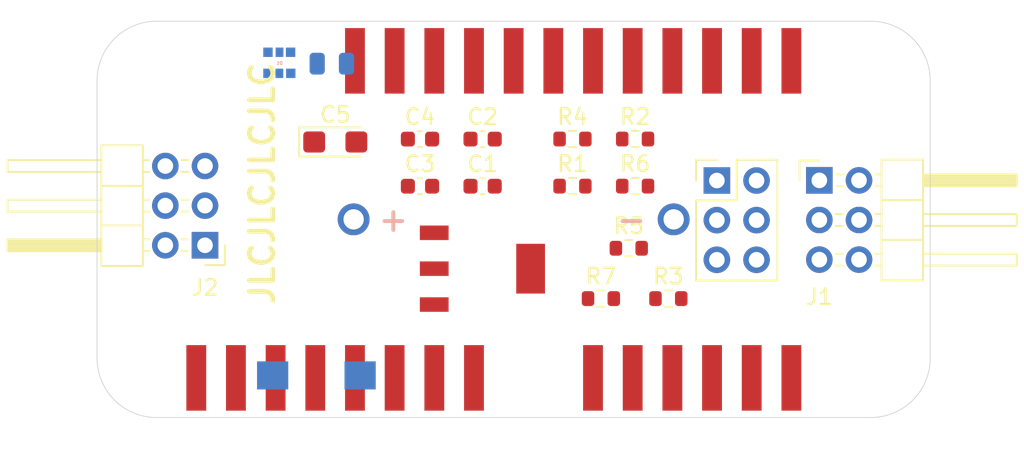
<source format=kicad_pcb>
(kicad_pcb (version 20171130) (host pcbnew "(5.1.9)-1")

  (general
    (thickness 1.6)
    (drawings 9)
    (tracks 0)
    (zones 0)
    (modules 27)
    (nets 35)
  )

  (page A4)
  (layers
    (0 F.Cu signal)
    (31 B.Cu signal)
    (32 B.Adhes user)
    (33 F.Adhes user)
    (34 B.Paste user)
    (35 F.Paste user)
    (36 B.SilkS user)
    (37 F.SilkS user)
    (38 B.Mask user)
    (39 F.Mask user)
    (40 Dwgs.User user)
    (41 Cmts.User user)
    (42 Eco1.User user)
    (43 Eco2.User user)
    (44 Edge.Cuts user)
    (45 Margin user)
    (46 B.CrtYd user)
    (47 F.CrtYd user)
    (48 B.Fab user)
    (49 F.Fab user)
  )

  (setup
    (last_trace_width 0.25)
    (trace_clearance 0.2)
    (zone_clearance 0.508)
    (zone_45_only no)
    (trace_min 0.2)
    (via_size 0.8)
    (via_drill 0.4)
    (via_min_size 0.4)
    (via_min_drill 0.3)
    (uvia_size 0.3)
    (uvia_drill 0.1)
    (uvias_allowed no)
    (uvia_min_size 0.2)
    (uvia_min_drill 0.1)
    (edge_width 0.05)
    (segment_width 0.2)
    (pcb_text_width 0.3)
    (pcb_text_size 1.5 1.5)
    (mod_edge_width 0.12)
    (mod_text_size 1 1)
    (mod_text_width 0.15)
    (pad_size 1.524 1.524)
    (pad_drill 0.762)
    (pad_to_mask_clearance 0)
    (aux_axis_origin 0 0)
    (visible_elements 7FFFF7FF)
    (pcbplotparams
      (layerselection 0x010fc_ffffffff)
      (usegerberextensions false)
      (usegerberattributes true)
      (usegerberadvancedattributes true)
      (creategerberjobfile true)
      (excludeedgelayer true)
      (linewidth 0.100000)
      (plotframeref false)
      (viasonmask false)
      (mode 1)
      (useauxorigin false)
      (hpglpennumber 1)
      (hpglpenspeed 20)
      (hpglpendiameter 15.000000)
      (psnegative false)
      (psa4output false)
      (plotreference true)
      (plotvalue true)
      (plotinvisibletext false)
      (padsonsilk false)
      (subtractmaskfromsilk false)
      (outputformat 1)
      (mirror false)
      (drillshape 1)
      (scaleselection 1)
      (outputdirectory ""))
  )

  (net 0 "")
  (net 1 GNDREF)
  (net 2 "Net-(BT1-Pad1)")
  (net 3 +BATT)
  (net 4 +5V)
  (net 5 "Net-(C3-Pad1)")
  (net 6 "Net-(D1-Pad1)")
  (net 7 "Net-(D1-Pad3)")
  (net 8 "Net-(D1-Pad2)")
  (net 9 "Net-(D2-Pad2)")
  (net 10 /IMU_A/3v)
  (net 11 /SCL)
  (net 12 /SDA)
  (net 13 /RST)
  (net 14 /IMU_B/3v)
  (net 15 "Net-(J3-Pad1)")
  (net 16 "Net-(J3-Pad2)")
  (net 17 "Net-(J3-Pad3)")
  (net 18 "Net-(J3-Pad4)")
  (net 19 "Net-(J3-Pad5)")
  (net 20 "Net-(J3-Pad6)")
  (net 21 "Net-(J4-Pad2)")
  (net 22 "Net-(J4-Pad3)")
  (net 23 "Net-(J4-Pad5)")
  (net 24 "Net-(J4-Pad8)")
  (net 25 "Net-(J4-Pad7)")
  (net 26 "Net-(J5-Pad4)")
  (net 27 "Net-(J5-Pad3)")
  (net 28 "Net-(J5-Pad6)")
  (net 29 /Feather_Board/GREEN)
  (net 30 "Net-(J5-Pad10)")
  (net 31 /Feather_Board/RED)
  (net 32 /Feather_Board/BLUE)
  (net 33 "Net-(J6-Pad4)")
  (net 34 "Net-(J6-Pad5)")

  (net_class Default "This is the default net class."
    (clearance 0.2)
    (trace_width 0.25)
    (via_dia 0.8)
    (via_drill 0.4)
    (uvia_dia 0.3)
    (uvia_drill 0.1)
    (add_net +5V)
    (add_net +BATT)
    (add_net /Feather_Board/BLUE)
    (add_net /Feather_Board/GREEN)
    (add_net /Feather_Board/RED)
    (add_net /IMU_A/3v)
    (add_net /IMU_B/3v)
    (add_net /RST)
    (add_net /SCL)
    (add_net /SDA)
    (add_net GNDREF)
    (add_net "Net-(BT1-Pad1)")
    (add_net "Net-(C3-Pad1)")
    (add_net "Net-(D1-Pad1)")
    (add_net "Net-(D1-Pad2)")
    (add_net "Net-(D1-Pad3)")
    (add_net "Net-(D2-Pad2)")
    (add_net "Net-(J3-Pad1)")
    (add_net "Net-(J3-Pad2)")
    (add_net "Net-(J3-Pad3)")
    (add_net "Net-(J3-Pad4)")
    (add_net "Net-(J3-Pad5)")
    (add_net "Net-(J3-Pad6)")
    (add_net "Net-(J4-Pad2)")
    (add_net "Net-(J4-Pad3)")
    (add_net "Net-(J4-Pad5)")
    (add_net "Net-(J4-Pad7)")
    (add_net "Net-(J4-Pad8)")
    (add_net "Net-(J5-Pad10)")
    (add_net "Net-(J5-Pad3)")
    (add_net "Net-(J5-Pad4)")
    (add_net "Net-(J5-Pad6)")
    (add_net "Net-(J6-Pad4)")
    (add_net "Net-(J6-Pad5)")
  )

  (module Connector_PinHeader_2.54mm:PinHeader_2x03_P2.54mm_Horizontal (layer F.Cu) (tedit 59FED5CB) (tstamp 61516C09)
    (at 180.4 61.82 180)
    (descr "Through hole angled pin header, 2x03, 2.54mm pitch, 6mm pin length, double rows")
    (tags "Through hole angled pin header THT 2x03 2.54mm double row")
    (path /614AE184/614AF895)
    (fp_text reference J2 (at 0 -2.71) (layer F.SilkS)
      (effects (font (size 1 1) (thickness 0.15)))
    )
    (fp_text value Conn_01x06_Male (at 5.22 5.49) (layer F.Fab)
      (effects (font (size 1 1) (thickness 0.15)))
    )
    (fp_text user %R (at 2.77 6.35 90) (layer F.Fab)
      (effects (font (size 1 1) (thickness 0.15)))
    )
    (fp_line (start 4.675 -1.27) (end 6.58 -1.27) (layer F.Fab) (width 0.1))
    (fp_line (start 6.58 -1.27) (end 6.58 6.35) (layer F.Fab) (width 0.1))
    (fp_line (start 6.58 6.35) (end 4.04 6.35) (layer F.Fab) (width 0.1))
    (fp_line (start 4.04 6.35) (end 4.04 -0.635) (layer F.Fab) (width 0.1))
    (fp_line (start 4.04 -0.635) (end 4.675 -1.27) (layer F.Fab) (width 0.1))
    (fp_line (start -0.32 -0.32) (end 4.04 -0.32) (layer F.Fab) (width 0.1))
    (fp_line (start -0.32 -0.32) (end -0.32 0.32) (layer F.Fab) (width 0.1))
    (fp_line (start -0.32 0.32) (end 4.04 0.32) (layer F.Fab) (width 0.1))
    (fp_line (start 6.58 -0.32) (end 12.58 -0.32) (layer F.Fab) (width 0.1))
    (fp_line (start 12.58 -0.32) (end 12.58 0.32) (layer F.Fab) (width 0.1))
    (fp_line (start 6.58 0.32) (end 12.58 0.32) (layer F.Fab) (width 0.1))
    (fp_line (start -0.32 2.22) (end 4.04 2.22) (layer F.Fab) (width 0.1))
    (fp_line (start -0.32 2.22) (end -0.32 2.86) (layer F.Fab) (width 0.1))
    (fp_line (start -0.32 2.86) (end 4.04 2.86) (layer F.Fab) (width 0.1))
    (fp_line (start 6.58 2.22) (end 12.58 2.22) (layer F.Fab) (width 0.1))
    (fp_line (start 12.58 2.22) (end 12.58 2.86) (layer F.Fab) (width 0.1))
    (fp_line (start 6.58 2.86) (end 12.58 2.86) (layer F.Fab) (width 0.1))
    (fp_line (start -0.32 4.76) (end 4.04 4.76) (layer F.Fab) (width 0.1))
    (fp_line (start -0.32 4.76) (end -0.32 5.4) (layer F.Fab) (width 0.1))
    (fp_line (start -0.32 5.4) (end 4.04 5.4) (layer F.Fab) (width 0.1))
    (fp_line (start 6.58 4.76) (end 12.58 4.76) (layer F.Fab) (width 0.1))
    (fp_line (start 12.58 4.76) (end 12.58 5.4) (layer F.Fab) (width 0.1))
    (fp_line (start 6.58 5.4) (end 12.58 5.4) (layer F.Fab) (width 0.1))
    (fp_line (start 3.98 -1.33) (end 3.98 6.41) (layer F.SilkS) (width 0.12))
    (fp_line (start 3.98 6.41) (end 6.64 6.41) (layer F.SilkS) (width 0.12))
    (fp_line (start 6.64 6.41) (end 6.64 -1.33) (layer F.SilkS) (width 0.12))
    (fp_line (start 6.64 -1.33) (end 3.98 -1.33) (layer F.SilkS) (width 0.12))
    (fp_line (start 6.64 -0.38) (end 12.64 -0.38) (layer F.SilkS) (width 0.12))
    (fp_line (start 12.64 -0.38) (end 12.64 0.38) (layer F.SilkS) (width 0.12))
    (fp_line (start 12.64 0.38) (end 6.64 0.38) (layer F.SilkS) (width 0.12))
    (fp_line (start 6.64 -0.32) (end 12.64 -0.32) (layer F.SilkS) (width 0.12))
    (fp_line (start 6.64 -0.2) (end 12.64 -0.2) (layer F.SilkS) (width 0.12))
    (fp_line (start 6.64 -0.08) (end 12.64 -0.08) (layer F.SilkS) (width 0.12))
    (fp_line (start 6.64 0.04) (end 12.64 0.04) (layer F.SilkS) (width 0.12))
    (fp_line (start 6.64 0.16) (end 12.64 0.16) (layer F.SilkS) (width 0.12))
    (fp_line (start 6.64 0.28) (end 12.64 0.28) (layer F.SilkS) (width 0.12))
    (fp_line (start 3.582929 -0.38) (end 3.98 -0.38) (layer F.SilkS) (width 0.12))
    (fp_line (start 3.582929 0.38) (end 3.98 0.38) (layer F.SilkS) (width 0.12))
    (fp_line (start 1.11 -0.38) (end 1.497071 -0.38) (layer F.SilkS) (width 0.12))
    (fp_line (start 1.11 0.38) (end 1.497071 0.38) (layer F.SilkS) (width 0.12))
    (fp_line (start 3.98 1.27) (end 6.64 1.27) (layer F.SilkS) (width 0.12))
    (fp_line (start 6.64 2.16) (end 12.64 2.16) (layer F.SilkS) (width 0.12))
    (fp_line (start 12.64 2.16) (end 12.64 2.92) (layer F.SilkS) (width 0.12))
    (fp_line (start 12.64 2.92) (end 6.64 2.92) (layer F.SilkS) (width 0.12))
    (fp_line (start 3.582929 2.16) (end 3.98 2.16) (layer F.SilkS) (width 0.12))
    (fp_line (start 3.582929 2.92) (end 3.98 2.92) (layer F.SilkS) (width 0.12))
    (fp_line (start 1.042929 2.16) (end 1.497071 2.16) (layer F.SilkS) (width 0.12))
    (fp_line (start 1.042929 2.92) (end 1.497071 2.92) (layer F.SilkS) (width 0.12))
    (fp_line (start 3.98 3.81) (end 6.64 3.81) (layer F.SilkS) (width 0.12))
    (fp_line (start 6.64 4.7) (end 12.64 4.7) (layer F.SilkS) (width 0.12))
    (fp_line (start 12.64 4.7) (end 12.64 5.46) (layer F.SilkS) (width 0.12))
    (fp_line (start 12.64 5.46) (end 6.64 5.46) (layer F.SilkS) (width 0.12))
    (fp_line (start 3.582929 4.7) (end 3.98 4.7) (layer F.SilkS) (width 0.12))
    (fp_line (start 3.582929 5.46) (end 3.98 5.46) (layer F.SilkS) (width 0.12))
    (fp_line (start 1.042929 4.7) (end 1.497071 4.7) (layer F.SilkS) (width 0.12))
    (fp_line (start 1.042929 5.46) (end 1.497071 5.46) (layer F.SilkS) (width 0.12))
    (fp_line (start -1.27 0) (end -1.27 -1.27) (layer F.SilkS) (width 0.12))
    (fp_line (start -1.27 -1.27) (end 0 -1.27) (layer F.SilkS) (width 0.12))
    (fp_line (start -1.8 -1.8) (end -1.8 6.85) (layer F.CrtYd) (width 0.05))
    (fp_line (start -1.8 6.85) (end 13.1 6.85) (layer F.CrtYd) (width 0.05))
    (fp_line (start 13.1 6.85) (end 13.1 -1.8) (layer F.CrtYd) (width 0.05))
    (fp_line (start 13.1 -1.8) (end -1.8 -1.8) (layer F.CrtYd) (width 0.05))
    (pad 6 thru_hole oval (at 2.54 5.08 180) (size 1.7 1.7) (drill 1) (layers *.Cu *.Mask)
      (net 13 /RST))
    (pad 5 thru_hole oval (at 0 5.08 180) (size 1.7 1.7) (drill 1) (layers *.Cu *.Mask)
      (net 12 /SDA))
    (pad 4 thru_hole oval (at 2.54 2.54 180) (size 1.7 1.7) (drill 1) (layers *.Cu *.Mask)
      (net 11 /SCL))
    (pad 3 thru_hole oval (at 0 2.54 180) (size 1.7 1.7) (drill 1) (layers *.Cu *.Mask)
      (net 1 GNDREF))
    (pad 2 thru_hole oval (at 2.54 0 180) (size 1.7 1.7) (drill 1) (layers *.Cu *.Mask)
      (net 14 /IMU_B/3v))
    (pad 1 thru_hole rect (at 0 0 180) (size 1.7 1.7) (drill 1) (layers *.Cu *.Mask)
      (net 4 +5V))
    (model ${KISYS3DMOD}/Connector_PinHeader_2.54mm.3dshapes/PinHeader_2x03_P2.54mm_Horizontal.wrl
      (at (xyz 0 0 0))
      (scale (xyz 1 1 1))
      (rotate (xyz 0 0 0))
    )
  )

  (module Connector_PinHeader_2.54mm:PinHeader_2x03_P2.54mm_Horizontal (layer F.Cu) (tedit 59FED5CB) (tstamp 6151974E)
    (at 219.73 57.66)
    (descr "Through hole angled pin header, 2x03, 2.54mm pitch, 6mm pin length, double rows")
    (tags "Through hole angled pin header THT 2x03 2.54mm double row")
    (path /614ADF24/614AF895)
    (fp_text reference J1 (at 0.01 7.47) (layer F.SilkS)
      (effects (font (size 1 1) (thickness 0.15)))
    )
    (fp_text value Conn_01x06_Male (at 5.44 3.31) (layer F.Fab)
      (effects (font (size 1 1) (thickness 0.15)))
    )
    (fp_text user %R (at 2.77 6.35 90) (layer F.Fab)
      (effects (font (size 1 1) (thickness 0.15)))
    )
    (fp_line (start 4.675 -1.27) (end 6.58 -1.27) (layer F.Fab) (width 0.1))
    (fp_line (start 6.58 -1.27) (end 6.58 6.35) (layer F.Fab) (width 0.1))
    (fp_line (start 6.58 6.35) (end 4.04 6.35) (layer F.Fab) (width 0.1))
    (fp_line (start 4.04 6.35) (end 4.04 -0.635) (layer F.Fab) (width 0.1))
    (fp_line (start 4.04 -0.635) (end 4.675 -1.27) (layer F.Fab) (width 0.1))
    (fp_line (start -0.32 -0.32) (end 4.04 -0.32) (layer F.Fab) (width 0.1))
    (fp_line (start -0.32 -0.32) (end -0.32 0.32) (layer F.Fab) (width 0.1))
    (fp_line (start -0.32 0.32) (end 4.04 0.32) (layer F.Fab) (width 0.1))
    (fp_line (start 6.58 -0.32) (end 12.58 -0.32) (layer F.Fab) (width 0.1))
    (fp_line (start 12.58 -0.32) (end 12.58 0.32) (layer F.Fab) (width 0.1))
    (fp_line (start 6.58 0.32) (end 12.58 0.32) (layer F.Fab) (width 0.1))
    (fp_line (start -0.32 2.22) (end 4.04 2.22) (layer F.Fab) (width 0.1))
    (fp_line (start -0.32 2.22) (end -0.32 2.86) (layer F.Fab) (width 0.1))
    (fp_line (start -0.32 2.86) (end 4.04 2.86) (layer F.Fab) (width 0.1))
    (fp_line (start 6.58 2.22) (end 12.58 2.22) (layer F.Fab) (width 0.1))
    (fp_line (start 12.58 2.22) (end 12.58 2.86) (layer F.Fab) (width 0.1))
    (fp_line (start 6.58 2.86) (end 12.58 2.86) (layer F.Fab) (width 0.1))
    (fp_line (start -0.32 4.76) (end 4.04 4.76) (layer F.Fab) (width 0.1))
    (fp_line (start -0.32 4.76) (end -0.32 5.4) (layer F.Fab) (width 0.1))
    (fp_line (start -0.32 5.4) (end 4.04 5.4) (layer F.Fab) (width 0.1))
    (fp_line (start 6.58 4.76) (end 12.58 4.76) (layer F.Fab) (width 0.1))
    (fp_line (start 12.58 4.76) (end 12.58 5.4) (layer F.Fab) (width 0.1))
    (fp_line (start 6.58 5.4) (end 12.58 5.4) (layer F.Fab) (width 0.1))
    (fp_line (start 3.98 -1.33) (end 3.98 6.41) (layer F.SilkS) (width 0.12))
    (fp_line (start 3.98 6.41) (end 6.64 6.41) (layer F.SilkS) (width 0.12))
    (fp_line (start 6.64 6.41) (end 6.64 -1.33) (layer F.SilkS) (width 0.12))
    (fp_line (start 6.64 -1.33) (end 3.98 -1.33) (layer F.SilkS) (width 0.12))
    (fp_line (start 6.64 -0.38) (end 12.64 -0.38) (layer F.SilkS) (width 0.12))
    (fp_line (start 12.64 -0.38) (end 12.64 0.38) (layer F.SilkS) (width 0.12))
    (fp_line (start 12.64 0.38) (end 6.64 0.38) (layer F.SilkS) (width 0.12))
    (fp_line (start 6.64 -0.32) (end 12.64 -0.32) (layer F.SilkS) (width 0.12))
    (fp_line (start 6.64 -0.2) (end 12.64 -0.2) (layer F.SilkS) (width 0.12))
    (fp_line (start 6.64 -0.08) (end 12.64 -0.08) (layer F.SilkS) (width 0.12))
    (fp_line (start 6.64 0.04) (end 12.64 0.04) (layer F.SilkS) (width 0.12))
    (fp_line (start 6.64 0.16) (end 12.64 0.16) (layer F.SilkS) (width 0.12))
    (fp_line (start 6.64 0.28) (end 12.64 0.28) (layer F.SilkS) (width 0.12))
    (fp_line (start 3.582929 -0.38) (end 3.98 -0.38) (layer F.SilkS) (width 0.12))
    (fp_line (start 3.582929 0.38) (end 3.98 0.38) (layer F.SilkS) (width 0.12))
    (fp_line (start 1.11 -0.38) (end 1.497071 -0.38) (layer F.SilkS) (width 0.12))
    (fp_line (start 1.11 0.38) (end 1.497071 0.38) (layer F.SilkS) (width 0.12))
    (fp_line (start 3.98 1.27) (end 6.64 1.27) (layer F.SilkS) (width 0.12))
    (fp_line (start 6.64 2.16) (end 12.64 2.16) (layer F.SilkS) (width 0.12))
    (fp_line (start 12.64 2.16) (end 12.64 2.92) (layer F.SilkS) (width 0.12))
    (fp_line (start 12.64 2.92) (end 6.64 2.92) (layer F.SilkS) (width 0.12))
    (fp_line (start 3.582929 2.16) (end 3.98 2.16) (layer F.SilkS) (width 0.12))
    (fp_line (start 3.582929 2.92) (end 3.98 2.92) (layer F.SilkS) (width 0.12))
    (fp_line (start 1.042929 2.16) (end 1.497071 2.16) (layer F.SilkS) (width 0.12))
    (fp_line (start 1.042929 2.92) (end 1.497071 2.92) (layer F.SilkS) (width 0.12))
    (fp_line (start 3.98 3.81) (end 6.64 3.81) (layer F.SilkS) (width 0.12))
    (fp_line (start 6.64 4.7) (end 12.64 4.7) (layer F.SilkS) (width 0.12))
    (fp_line (start 12.64 4.7) (end 12.64 5.46) (layer F.SilkS) (width 0.12))
    (fp_line (start 12.64 5.46) (end 6.64 5.46) (layer F.SilkS) (width 0.12))
    (fp_line (start 3.582929 4.7) (end 3.98 4.7) (layer F.SilkS) (width 0.12))
    (fp_line (start 3.582929 5.46) (end 3.98 5.46) (layer F.SilkS) (width 0.12))
    (fp_line (start 1.042929 4.7) (end 1.497071 4.7) (layer F.SilkS) (width 0.12))
    (fp_line (start 1.042929 5.46) (end 1.497071 5.46) (layer F.SilkS) (width 0.12))
    (fp_line (start -1.27 0) (end -1.27 -1.27) (layer F.SilkS) (width 0.12))
    (fp_line (start -1.27 -1.27) (end 0 -1.27) (layer F.SilkS) (width 0.12))
    (fp_line (start -1.8 -1.8) (end -1.8 6.85) (layer F.CrtYd) (width 0.05))
    (fp_line (start -1.8 6.85) (end 13.1 6.85) (layer F.CrtYd) (width 0.05))
    (fp_line (start 13.1 6.85) (end 13.1 -1.8) (layer F.CrtYd) (width 0.05))
    (fp_line (start 13.1 -1.8) (end -1.8 -1.8) (layer F.CrtYd) (width 0.05))
    (pad 6 thru_hole oval (at 2.54 5.08) (size 1.7 1.7) (drill 1) (layers *.Cu *.Mask)
      (net 13 /RST))
    (pad 5 thru_hole oval (at 0 5.08) (size 1.7 1.7) (drill 1) (layers *.Cu *.Mask)
      (net 12 /SDA))
    (pad 4 thru_hole oval (at 2.54 2.54) (size 1.7 1.7) (drill 1) (layers *.Cu *.Mask)
      (net 11 /SCL))
    (pad 3 thru_hole oval (at 0 2.54) (size 1.7 1.7) (drill 1) (layers *.Cu *.Mask)
      (net 1 GNDREF))
    (pad 2 thru_hole oval (at 2.54 0) (size 1.7 1.7) (drill 1) (layers *.Cu *.Mask)
      (net 10 /IMU_A/3v))
    (pad 1 thru_hole rect (at 0 0) (size 1.7 1.7) (drill 1) (layers *.Cu *.Mask)
      (net 4 +5V))
    (model ${KISYS3DMOD}/Connector_PinHeader_2.54mm.3dshapes/PinHeader_2x03_P2.54mm_Horizontal.wrl
      (at (xyz 0 0 0))
      (scale (xyz 1 1 1))
      (rotate (xyz 0 0 0))
    )
  )

  (module MountingHole:MountingHole_2.5mm (layer F.Cu) (tedit 56D1B4CB) (tstamp 61518D15)
    (at 224.29 51.27)
    (descr "Mounting Hole 2.5mm, no annular")
    (tags "mounting hole 2.5mm no annular")
    (attr virtual)
    (fp_text reference MH2 (at 0 -3.5) (layer Dwgs.User)
      (effects (font (size 1 1) (thickness 0.15)))
    )
    (fp_text value MountingHole_2.5mm (at 0 3.5) (layer F.Fab)
      (effects (font (size 1 1) (thickness 0.15)))
    )
    (fp_circle (center 0 0) (end 2.5 0) (layer Cmts.User) (width 0.15))
    (fp_circle (center 0 0) (end 2.75 0) (layer F.CrtYd) (width 0.05))
    (fp_text user %R (at 0.3 0) (layer F.Fab)
      (effects (font (size 1 1) (thickness 0.15)))
    )
    (pad 1 np_thru_hole circle (at 0 0) (size 2.5 2.5) (drill 2.5) (layers *.Cu *.Mask))
  )

  (module MountingHole:MountingHole_2.5mm (layer F.Cu) (tedit 56D1B4CB) (tstamp 61518D15)
    (at 224.29 69.05)
    (descr "Mounting Hole 2.5mm, no annular")
    (tags "mounting hole 2.5mm no annular")
    (attr virtual)
    (fp_text reference MH3 (at 0 -3.5) (layer Dwgs.User)
      (effects (font (size 1 1) (thickness 0.15)))
    )
    (fp_text value MountingHole_2.5mm (at 0 3.5) (layer F.Fab)
      (effects (font (size 1 1) (thickness 0.15)))
    )
    (fp_circle (center 0 0) (end 2.5 0) (layer Cmts.User) (width 0.15))
    (fp_circle (center 0 0) (end 2.75 0) (layer F.CrtYd) (width 0.05))
    (fp_text user %R (at 0.3 0) (layer F.Fab)
      (effects (font (size 1 1) (thickness 0.15)))
    )
    (pad 1 np_thru_hole circle (at 0 0) (size 2.5 2.5) (drill 2.5) (layers *.Cu *.Mask))
  )

  (module MountingHole:MountingHole_2.5mm (layer F.Cu) (tedit 56D1B4CB) (tstamp 61518D15)
    (at 176.03 69.05)
    (descr "Mounting Hole 2.5mm, no annular")
    (tags "mounting hole 2.5mm no annular")
    (attr virtual)
    (fp_text reference MH4 (at 0 -3.5) (layer Dwgs.User)
      (effects (font (size 1 1) (thickness 0.15)))
    )
    (fp_text value MountingHole_2.5mm (at 0 3.5) (layer F.Fab)
      (effects (font (size 1 1) (thickness 0.15)))
    )
    (fp_circle (center 0 0) (end 2.5 0) (layer Cmts.User) (width 0.15))
    (fp_circle (center 0 0) (end 2.75 0) (layer F.CrtYd) (width 0.05))
    (fp_text user %R (at 0.3 0) (layer F.Fab)
      (effects (font (size 1 1) (thickness 0.15)))
    )
    (pad 1 np_thru_hole circle (at 0 0) (size 2.5 2.5) (drill 2.5) (layers *.Cu *.Mask))
  )

  (module MountingHole:MountingHole_2.5mm (layer F.Cu) (tedit 56D1B4CB) (tstamp 61518A0F)
    (at 176.03 51.27)
    (descr "Mounting Hole 2.5mm, no annular")
    (tags "mounting hole 2.5mm no annular")
    (attr virtual)
    (fp_text reference MH1 (at 0 -3.5) (layer Dwgs.User)
      (effects (font (size 1 1) (thickness 0.15)))
    )
    (fp_text value MountingHole_2.5mm (at 0 3.5) (layer F.Fab)
      (effects (font (size 1 1) (thickness 0.15)))
    )
    (fp_text user %R (at 0.3 0) (layer F.Fab)
      (effects (font (size 1 1) (thickness 0.15)))
    )
    (fp_circle (center 0 0) (end 2.5 0) (layer Cmts.User) (width 0.15))
    (fp_circle (center 0 0) (end 2.75 0) (layer F.CrtYd) (width 0.05))
    (pad 1 np_thru_hole circle (at 0 0) (size 2.5 2.5) (drill 2.5) (layers *.Cu *.Mask))
  )

  (module 0_MSD_FPs:LED_0805_2012Metric (layer B.Cu) (tedit 6151284F) (tstamp 61516B3B)
    (at 188.52 50.18 180)
    (descr "LED SMD 0805 (2012 Metric), square (rectangular) end terminal, IPC_7351 nominal, (Body size source: https://docs.google.com/spreadsheets/d/1BsfQQcO9C6DZCsRaXUlFlo91Tg2WpOkGARC1WS5S8t0/edit?usp=sharing), generated with kicad-footprint-generator")
    (tags LED)
    (path /614C1039)
    (attr smd)
    (fp_text reference D2 (at 0 2.65) (layer Dwgs.User)
      (effects (font (size 1 1) (thickness 0.15)))
    )
    (fp_text value LED (at 0 -2.65) (layer B.Fab)
      (effects (font (size 1 1) (thickness 0.15)) (justify mirror))
    )
    (fp_line (start 1 0.6) (end -0.7 0.6) (layer B.Fab) (width 0.1))
    (fp_line (start -0.7 0.6) (end -1 0.3) (layer B.Fab) (width 0.1))
    (fp_line (start -1 0.3) (end -1 -0.6) (layer B.Fab) (width 0.1))
    (fp_line (start -1 -0.6) (end 1 -0.6) (layer B.Fab) (width 0.1))
    (fp_line (start 1 -0.6) (end 1 0.6) (layer B.Fab) (width 0.1))
    (fp_line (start -1.68 -0.95) (end -1.68 0.95) (layer B.CrtYd) (width 0.05))
    (fp_line (start -1.68 0.95) (end 1.68 0.95) (layer B.CrtYd) (width 0.05))
    (fp_line (start 1.68 0.95) (end 1.68 -0.95) (layer B.CrtYd) (width 0.05))
    (fp_line (start 1.68 -0.95) (end -1.68 -0.95) (layer B.CrtYd) (width 0.05))
    (fp_text user %R (at 0 0) (layer B.Fab)
      (effects (font (size 1 1) (thickness 0.15)) (justify mirror))
    )
    (pad 2 smd roundrect (at 0.9375 0 180) (size 0.975 1.4) (layers B.Cu B.Paste B.Mask) (roundrect_rratio 0.25)
      (net 9 "Net-(D2-Pad2)"))
    (pad 1 smd roundrect (at -0.9375 0 180) (size 0.975 1.4) (layers B.Cu B.Paste B.Mask) (roundrect_rratio 0.25)
      (net 1 GNDREF))
    (model ${KISYS3DMOD}/LED_SMD.3dshapes/LED_0805_2012Metric.wrl
      (at (xyz 0 0 0))
      (scale (xyz 1 1 1))
      (rotate (xyz 0 0 0))
    )
  )

  (module 0_MSD_FPs:AJS-Coin-Cell_1027-Digikey (layer B.Cu) (tedit 61512418) (tstamp 61518B0E)
    (at 189.915 60.16)
    (path /6149E215)
    (fp_text reference BT1 (at 14.605 0) (layer Dwgs.User)
      (effects (font (size 1 1) (thickness 0.15)))
    )
    (fp_text value Battery_Cell (at 8.255 0) (layer Dwgs.User)
      (effects (font (size 1 1) (thickness 0.15)))
    )
    (fp_line (start -6 -14) (end -6 14) (layer B.CrtYd) (width 0.12))
    (fp_line (start 26.5 -14) (end -6 -14) (layer B.CrtYd) (width 0.12))
    (fp_line (start 26.5 14) (end 26.5 -14) (layer B.CrtYd) (width 0.12))
    (fp_line (start -6 14) (end 26.5 14) (layer B.CrtYd) (width 0.12))
    (fp_text user - (at 17.78 0) (layer B.SilkS)
      (effects (font (size 1.5 1.5) (thickness 0.25)) (justify mirror))
    )
    (fp_text user + (at 2.54 0) (layer B.SilkS)
      (effects (font (size 1.5 1.5) (thickness 0.25)) (justify mirror))
    )
    (pad 2 thru_hole circle (at 20.49 0) (size 2.04 2.04) (drill 1.3) (layers *.Cu *.Mask)
      (net 1 GNDREF))
    (pad 1 thru_hole circle (at 0 0) (size 2.04 2.04) (drill 1.3) (layers *.Cu *.Mask)
      (net 2 "Net-(BT1-Pad1)"))
    (model C:/Users/Adam/Documents/#Code/Basketball_Shot_Trainer/Board/#Parts/keystone-PN1027.STEP
      (offset (xyz 15 0 2.5))
      (scale (xyz 1 1 1))
      (rotate (xyz -90 0 90))
    )
  )

  (module Connector_PinHeader_2.54mm:PinHeader_2x03_P2.54mm_Vertical (layer F.Cu) (tedit 59FED5CC) (tstamp 61516C25)
    (at 213.17 57.67)
    (descr "Through hole straight pin header, 2x03, 2.54mm pitch, double rows")
    (tags "Through hole pin header THT 2x03 2.54mm double row")
    (path /614B5FF9/6151B2EA)
    (fp_text reference J3 (at 1.27 -2.33) (layer Dwgs.User)
      (effects (font (size 1 1) (thickness 0.15)))
    )
    (fp_text value Conn_02x03 (at 1.27 7.41) (layer F.Fab)
      (effects (font (size 1 1) (thickness 0.15)))
    )
    (fp_line (start 4.35 -1.8) (end -1.8 -1.8) (layer F.CrtYd) (width 0.05))
    (fp_line (start 4.35 6.85) (end 4.35 -1.8) (layer F.CrtYd) (width 0.05))
    (fp_line (start -1.8 6.85) (end 4.35 6.85) (layer F.CrtYd) (width 0.05))
    (fp_line (start -1.8 -1.8) (end -1.8 6.85) (layer F.CrtYd) (width 0.05))
    (fp_line (start -1.33 -1.33) (end 0 -1.33) (layer F.SilkS) (width 0.12))
    (fp_line (start -1.33 0) (end -1.33 -1.33) (layer F.SilkS) (width 0.12))
    (fp_line (start 1.27 -1.33) (end 3.87 -1.33) (layer F.SilkS) (width 0.12))
    (fp_line (start 1.27 1.27) (end 1.27 -1.33) (layer F.SilkS) (width 0.12))
    (fp_line (start -1.33 1.27) (end 1.27 1.27) (layer F.SilkS) (width 0.12))
    (fp_line (start 3.87 -1.33) (end 3.87 6.41) (layer F.SilkS) (width 0.12))
    (fp_line (start -1.33 1.27) (end -1.33 6.41) (layer F.SilkS) (width 0.12))
    (fp_line (start -1.33 6.41) (end 3.87 6.41) (layer F.SilkS) (width 0.12))
    (fp_line (start -1.27 0) (end 0 -1.27) (layer F.Fab) (width 0.1))
    (fp_line (start -1.27 6.35) (end -1.27 0) (layer F.Fab) (width 0.1))
    (fp_line (start 3.81 6.35) (end -1.27 6.35) (layer F.Fab) (width 0.1))
    (fp_line (start 3.81 -1.27) (end 3.81 6.35) (layer F.Fab) (width 0.1))
    (fp_line (start 0 -1.27) (end 3.81 -1.27) (layer F.Fab) (width 0.1))
    (fp_text user %R (at 1.27 2.54 90) (layer F.Fab)
      (effects (font (size 1 1) (thickness 0.15)))
    )
    (pad 1 thru_hole rect (at 0 0) (size 1.7 1.7) (drill 1) (layers *.Cu *.Mask)
      (net 15 "Net-(J3-Pad1)"))
    (pad 2 thru_hole oval (at 2.54 0) (size 1.7 1.7) (drill 1) (layers *.Cu *.Mask)
      (net 16 "Net-(J3-Pad2)"))
    (pad 3 thru_hole oval (at 0 2.54) (size 1.7 1.7) (drill 1) (layers *.Cu *.Mask)
      (net 17 "Net-(J3-Pad3)"))
    (pad 4 thru_hole oval (at 2.54 2.54) (size 1.7 1.7) (drill 1) (layers *.Cu *.Mask)
      (net 18 "Net-(J3-Pad4)"))
    (pad 5 thru_hole oval (at 0 5.08) (size 1.7 1.7) (drill 1) (layers *.Cu *.Mask)
      (net 19 "Net-(J3-Pad5)"))
    (pad 6 thru_hole oval (at 2.54 5.08) (size 1.7 1.7) (drill 1) (layers *.Cu *.Mask)
      (net 20 "Net-(J3-Pad6)"))
  )

  (module Capacitor_SMD:C_0603_1608Metric (layer F.Cu) (tedit 5F68FEEE) (tstamp 61516AD4)
    (at 198.173001 58.033001)
    (descr "Capacitor SMD 0603 (1608 Metric), square (rectangular) end terminal, IPC_7351 nominal, (Body size source: IPC-SM-782 page 76, https://www.pcb-3d.com/wordpress/wp-content/uploads/ipc-sm-782a_amendment_1_and_2.pdf), generated with kicad-footprint-generator")
    (tags capacitor)
    (path /614BA77D/614A34B9)
    (attr smd)
    (fp_text reference C1 (at 0 -1.43) (layer F.SilkS)
      (effects (font (size 1 1) (thickness 0.15)))
    )
    (fp_text value 0.1uF (at 0 1.43) (layer F.Fab)
      (effects (font (size 1 1) (thickness 0.15)))
    )
    (fp_line (start 1.48 0.73) (end -1.48 0.73) (layer F.CrtYd) (width 0.05))
    (fp_line (start 1.48 -0.73) (end 1.48 0.73) (layer F.CrtYd) (width 0.05))
    (fp_line (start -1.48 -0.73) (end 1.48 -0.73) (layer F.CrtYd) (width 0.05))
    (fp_line (start -1.48 0.73) (end -1.48 -0.73) (layer F.CrtYd) (width 0.05))
    (fp_line (start -0.14058 0.51) (end 0.14058 0.51) (layer F.SilkS) (width 0.12))
    (fp_line (start -0.14058 -0.51) (end 0.14058 -0.51) (layer F.SilkS) (width 0.12))
    (fp_line (start 0.8 0.4) (end -0.8 0.4) (layer F.Fab) (width 0.1))
    (fp_line (start 0.8 -0.4) (end 0.8 0.4) (layer F.Fab) (width 0.1))
    (fp_line (start -0.8 -0.4) (end 0.8 -0.4) (layer F.Fab) (width 0.1))
    (fp_line (start -0.8 0.4) (end -0.8 -0.4) (layer F.Fab) (width 0.1))
    (fp_text user %R (at 0 0) (layer F.Fab)
      (effects (font (size 0.4 0.4) (thickness 0.06)))
    )
    (pad 1 smd roundrect (at -0.775 0) (size 0.9 0.95) (layers F.Cu F.Paste F.Mask) (roundrect_rratio 0.25)
      (net 3 +BATT))
    (pad 2 smd roundrect (at 0.775 0) (size 0.9 0.95) (layers F.Cu F.Paste F.Mask) (roundrect_rratio 0.25)
      (net 1 GNDREF))
    (model ${KISYS3DMOD}/Capacitor_SMD.3dshapes/C_0603_1608Metric.wrl
      (at (xyz 0 0 0))
      (scale (xyz 1 1 1))
      (rotate (xyz 0 0 0))
    )
  )

  (module Capacitor_SMD:C_0603_1608Metric (layer F.Cu) (tedit 5F68FEEE) (tstamp 61516AE5)
    (at 198.173001 55.015001)
    (descr "Capacitor SMD 0603 (1608 Metric), square (rectangular) end terminal, IPC_7351 nominal, (Body size source: IPC-SM-782 page 76, https://www.pcb-3d.com/wordpress/wp-content/uploads/ipc-sm-782a_amendment_1_and_2.pdf), generated with kicad-footprint-generator")
    (tags capacitor)
    (path /614BA77D/614A7ADA)
    (attr smd)
    (fp_text reference C2 (at 0 -1.43) (layer F.SilkS)
      (effects (font (size 1 1) (thickness 0.15)))
    )
    (fp_text value 1uF (at 0 1.43) (layer F.Fab)
      (effects (font (size 1 1) (thickness 0.15)))
    )
    (fp_line (start -0.8 0.4) (end -0.8 -0.4) (layer F.Fab) (width 0.1))
    (fp_line (start -0.8 -0.4) (end 0.8 -0.4) (layer F.Fab) (width 0.1))
    (fp_line (start 0.8 -0.4) (end 0.8 0.4) (layer F.Fab) (width 0.1))
    (fp_line (start 0.8 0.4) (end -0.8 0.4) (layer F.Fab) (width 0.1))
    (fp_line (start -0.14058 -0.51) (end 0.14058 -0.51) (layer F.SilkS) (width 0.12))
    (fp_line (start -0.14058 0.51) (end 0.14058 0.51) (layer F.SilkS) (width 0.12))
    (fp_line (start -1.48 0.73) (end -1.48 -0.73) (layer F.CrtYd) (width 0.05))
    (fp_line (start -1.48 -0.73) (end 1.48 -0.73) (layer F.CrtYd) (width 0.05))
    (fp_line (start 1.48 -0.73) (end 1.48 0.73) (layer F.CrtYd) (width 0.05))
    (fp_line (start 1.48 0.73) (end -1.48 0.73) (layer F.CrtYd) (width 0.05))
    (fp_text user %R (at 0 0) (layer F.Fab)
      (effects (font (size 0.4 0.4) (thickness 0.06)))
    )
    (pad 2 smd roundrect (at 0.775 0) (size 0.9 0.95) (layers F.Cu F.Paste F.Mask) (roundrect_rratio 0.25)
      (net 1 GNDREF))
    (pad 1 smd roundrect (at -0.775 0) (size 0.9 0.95) (layers F.Cu F.Paste F.Mask) (roundrect_rratio 0.25)
      (net 4 +5V))
    (model ${KISYS3DMOD}/Capacitor_SMD.3dshapes/C_0603_1608Metric.wrl
      (at (xyz 0 0 0))
      (scale (xyz 1 1 1))
      (rotate (xyz 0 0 0))
    )
  )

  (module Capacitor_SMD:C_0603_1608Metric (layer F.Cu) (tedit 5F68FEEE) (tstamp 61516AF6)
    (at 194.163001 58.033001)
    (descr "Capacitor SMD 0603 (1608 Metric), square (rectangular) end terminal, IPC_7351 nominal, (Body size source: IPC-SM-782 page 76, https://www.pcb-3d.com/wordpress/wp-content/uploads/ipc-sm-782a_amendment_1_and_2.pdf), generated with kicad-footprint-generator")
    (tags capacitor)
    (path /614BA77D/614A7535)
    (attr smd)
    (fp_text reference C3 (at 0 -1.43) (layer F.SilkS)
      (effects (font (size 1 1) (thickness 0.15)))
    )
    (fp_text value 1uF (at 0 1.43) (layer F.Fab)
      (effects (font (size 1 1) (thickness 0.15)))
    )
    (fp_line (start 1.48 0.73) (end -1.48 0.73) (layer F.CrtYd) (width 0.05))
    (fp_line (start 1.48 -0.73) (end 1.48 0.73) (layer F.CrtYd) (width 0.05))
    (fp_line (start -1.48 -0.73) (end 1.48 -0.73) (layer F.CrtYd) (width 0.05))
    (fp_line (start -1.48 0.73) (end -1.48 -0.73) (layer F.CrtYd) (width 0.05))
    (fp_line (start -0.14058 0.51) (end 0.14058 0.51) (layer F.SilkS) (width 0.12))
    (fp_line (start -0.14058 -0.51) (end 0.14058 -0.51) (layer F.SilkS) (width 0.12))
    (fp_line (start 0.8 0.4) (end -0.8 0.4) (layer F.Fab) (width 0.1))
    (fp_line (start 0.8 -0.4) (end 0.8 0.4) (layer F.Fab) (width 0.1))
    (fp_line (start -0.8 -0.4) (end 0.8 -0.4) (layer F.Fab) (width 0.1))
    (fp_line (start -0.8 0.4) (end -0.8 -0.4) (layer F.Fab) (width 0.1))
    (fp_text user %R (at 0 0) (layer F.Fab)
      (effects (font (size 0.4 0.4) (thickness 0.06)))
    )
    (pad 1 smd roundrect (at -0.775 0) (size 0.9 0.95) (layers F.Cu F.Paste F.Mask) (roundrect_rratio 0.25)
      (net 5 "Net-(C3-Pad1)"))
    (pad 2 smd roundrect (at 0.775 0) (size 0.9 0.95) (layers F.Cu F.Paste F.Mask) (roundrect_rratio 0.25)
      (net 1 GNDREF))
    (model ${KISYS3DMOD}/Capacitor_SMD.3dshapes/C_0603_1608Metric.wrl
      (at (xyz 0 0 0))
      (scale (xyz 1 1 1))
      (rotate (xyz 0 0 0))
    )
  )

  (module Capacitor_SMD:C_0603_1608Metric (layer F.Cu) (tedit 5F68FEEE) (tstamp 61516B07)
    (at 194.163001 55.015001)
    (descr "Capacitor SMD 0603 (1608 Metric), square (rectangular) end terminal, IPC_7351 nominal, (Body size source: IPC-SM-782 page 76, https://www.pcb-3d.com/wordpress/wp-content/uploads/ipc-sm-782a_amendment_1_and_2.pdf), generated with kicad-footprint-generator")
    (tags capacitor)
    (path /614BA77D/614A3F1C)
    (attr smd)
    (fp_text reference C4 (at 0 -1.43) (layer F.SilkS)
      (effects (font (size 1 1) (thickness 0.15)))
    )
    (fp_text value 1uF (at 0 1.43) (layer F.Fab)
      (effects (font (size 1 1) (thickness 0.15)))
    )
    (fp_line (start -0.8 0.4) (end -0.8 -0.4) (layer F.Fab) (width 0.1))
    (fp_line (start -0.8 -0.4) (end 0.8 -0.4) (layer F.Fab) (width 0.1))
    (fp_line (start 0.8 -0.4) (end 0.8 0.4) (layer F.Fab) (width 0.1))
    (fp_line (start 0.8 0.4) (end -0.8 0.4) (layer F.Fab) (width 0.1))
    (fp_line (start -0.14058 -0.51) (end 0.14058 -0.51) (layer F.SilkS) (width 0.12))
    (fp_line (start -0.14058 0.51) (end 0.14058 0.51) (layer F.SilkS) (width 0.12))
    (fp_line (start -1.48 0.73) (end -1.48 -0.73) (layer F.CrtYd) (width 0.05))
    (fp_line (start -1.48 -0.73) (end 1.48 -0.73) (layer F.CrtYd) (width 0.05))
    (fp_line (start 1.48 -0.73) (end 1.48 0.73) (layer F.CrtYd) (width 0.05))
    (fp_line (start 1.48 0.73) (end -1.48 0.73) (layer F.CrtYd) (width 0.05))
    (fp_text user %R (at 0 0) (layer F.Fab)
      (effects (font (size 0.4 0.4) (thickness 0.06)))
    )
    (pad 2 smd roundrect (at 0.775 0) (size 0.9 0.95) (layers F.Cu F.Paste F.Mask) (roundrect_rratio 0.25)
      (net 1 GNDREF))
    (pad 1 smd roundrect (at -0.775 0) (size 0.9 0.95) (layers F.Cu F.Paste F.Mask) (roundrect_rratio 0.25)
      (net 4 +5V))
    (model ${KISYS3DMOD}/Capacitor_SMD.3dshapes/C_0603_1608Metric.wrl
      (at (xyz 0 0 0))
      (scale (xyz 1 1 1))
      (rotate (xyz 0 0 0))
    )
  )

  (module Capacitor_Tantalum_SMD:CP_EIA-3216-18_Kemet-A (layer F.Cu) (tedit 5EBA9318) (tstamp 61516B1A)
    (at 188.74 55.2)
    (descr "Tantalum Capacitor SMD Kemet-A (3216-18 Metric), IPC_7351 nominal, (Body size from: http://www.kemet.com/Lists/ProductCatalog/Attachments/253/KEM_TC101_STD.pdf), generated with kicad-footprint-generator")
    (tags "capacitor tantalum")
    (path /614BA77D/614A9413)
    (attr smd)
    (fp_text reference C5 (at 0 -1.75) (layer F.SilkS)
      (effects (font (size 1 1) (thickness 0.15)))
    )
    (fp_text value 4.7uF_16V (at 0 1.75) (layer F.Fab)
      (effects (font (size 1 1) (thickness 0.15)))
    )
    (fp_line (start 2.3 1.05) (end -2.3 1.05) (layer F.CrtYd) (width 0.05))
    (fp_line (start 2.3 -1.05) (end 2.3 1.05) (layer F.CrtYd) (width 0.05))
    (fp_line (start -2.3 -1.05) (end 2.3 -1.05) (layer F.CrtYd) (width 0.05))
    (fp_line (start -2.3 1.05) (end -2.3 -1.05) (layer F.CrtYd) (width 0.05))
    (fp_line (start -2.31 0.935) (end 1.6 0.935) (layer F.SilkS) (width 0.12))
    (fp_line (start -2.31 -0.935) (end -2.31 0.935) (layer F.SilkS) (width 0.12))
    (fp_line (start 1.6 -0.935) (end -2.31 -0.935) (layer F.SilkS) (width 0.12))
    (fp_line (start 1.6 0.8) (end 1.6 -0.8) (layer F.Fab) (width 0.1))
    (fp_line (start -1.6 0.8) (end 1.6 0.8) (layer F.Fab) (width 0.1))
    (fp_line (start -1.6 -0.4) (end -1.6 0.8) (layer F.Fab) (width 0.1))
    (fp_line (start -1.2 -0.8) (end -1.6 -0.4) (layer F.Fab) (width 0.1))
    (fp_line (start 1.6 -0.8) (end -1.2 -0.8) (layer F.Fab) (width 0.1))
    (fp_text user %R (at 0 0) (layer F.Fab)
      (effects (font (size 0.8 0.8) (thickness 0.12)))
    )
    (pad 1 smd roundrect (at -1.35 0) (size 1.4 1.35) (layers F.Cu F.Paste F.Mask) (roundrect_rratio 0.185185)
      (net 4 +5V))
    (pad 2 smd roundrect (at 1.35 0) (size 1.4 1.35) (layers F.Cu F.Paste F.Mask) (roundrect_rratio 0.185185)
      (net 1 GNDREF))
    (model ${KISYS3DMOD}/Capacitor_Tantalum_SMD.3dshapes/CP_EIA-3216-18_Kemet-A.wrl
      (at (xyz 0 0 0))
      (scale (xyz 1 1 1))
      (rotate (xyz 0 0 0))
    )
  )

  (module 0_MSD_FPs:RGB_AJS (layer B.Cu) (tedit 613B8797) (tstamp 61516B28)
    (at 184.43 50.8)
    (path /614AD0B3)
    (fp_text reference D1 (at 0.75 -0.65) (layer B.SilkS)
      (effects (font (size 0.2 0.2) (thickness 0.05)) (justify mirror))
    )
    (fp_text value LED_RGB (at 0.74 0.625) (layer B.Fab)
      (effects (font (size 0.2 0.2) (thickness 0.05)) (justify mirror))
    )
    (fp_line (start -0.4 0.4) (end -0.4 -1.75) (layer B.CrtYd) (width 0.07))
    (fp_line (start -0.4 -1.75) (end 1.86 -1.75) (layer B.CrtYd) (width 0.07))
    (fp_line (start 1.86 0.4) (end 1.86 -1.75) (layer B.CrtYd) (width 0.07))
    (fp_line (start -0.4 0.4) (end 1.86 0.4) (layer B.CrtYd) (width 0.07))
    (pad 6 smd rect (at 0 0) (size 0.6 0.6) (layers B.Cu B.Paste B.Mask)
      (net 1 GNDREF))
    (pad 1 smd rect (at 0 -1.35) (size 0.6 0.6) (layers B.Cu B.Paste B.Mask)
      (net 6 "Net-(D1-Pad1)"))
    (pad 3 smd rect (at 1.45 -1.35) (size 0.6 0.6) (layers B.Cu B.Paste B.Mask)
      (net 7 "Net-(D1-Pad3)"))
    (pad 4 smd rect (at 1.46 0) (size 0.6 0.6) (layers B.Cu B.Paste B.Mask)
      (net 1 GNDREF))
    (pad 5 smd rect (at 0.73 0) (size 0.5 0.6) (layers B.Cu B.Paste B.Mask)
      (net 1 GNDREF))
    (pad 2 smd rect (at 0.74 -1.35) (size 0.5 0.6) (layers B.Cu B.Paste B.Mask)
      (net 8 "Net-(D1-Pad2)"))
  )

  (module 0_MSD_FPs:MSD_8_Pin (layer F.Cu) (tedit 61510916) (tstamp 61516C35)
    (at 179.84 70.32)
    (path /614B5FF9/615111EC)
    (fp_text reference J4 (at 1.27 3.81) (layer Dwgs.User)
      (effects (font (size 1 1) (thickness 0.15)))
    )
    (fp_text value Conn_01x08_Female (at 10.16 3.81) (layer F.Fab)
      (effects (font (size 1 1) (thickness 0.15)))
    )
    (fp_line (start 19.05 2.54) (end -1.27 2.54) (layer F.CrtYd) (width 0.12))
    (fp_line (start 19.05 -2.54) (end 19.05 2.54) (layer F.CrtYd) (width 0.12))
    (fp_line (start -1.27 -2.54) (end 19.05 -2.54) (layer F.CrtYd) (width 0.12))
    (fp_line (start -1.27 2.54) (end -1.27 -2.54) (layer F.CrtYd) (width 0.12))
    (pad 1 smd rect (at 0 0) (size 1.27 4.2) (layers F.Cu F.Paste F.Mask)
      (net 19 "Net-(J3-Pad5)"))
    (pad 2 smd rect (at 2.54 0) (size 1.27 4.2) (layers F.Cu F.Paste F.Mask)
      (net 21 "Net-(J4-Pad2)"))
    (pad 4 smd rect (at 7.62 0) (size 1.27 4.2) (layers F.Cu F.Paste F.Mask)
      (net 1 GNDREF))
    (pad 3 smd rect (at 5.08 0) (size 1.27 4.2) (layers F.Cu F.Paste F.Mask)
      (net 22 "Net-(J4-Pad3)"))
    (pad 6 smd rect (at 12.7 0) (size 1.27 4.2) (layers F.Cu F.Paste F.Mask)
      (net 18 "Net-(J3-Pad4)"))
    (pad 5 smd rect (at 10.16 0) (size 1.27 4.2) (layers F.Cu F.Paste F.Mask)
      (net 23 "Net-(J4-Pad5)"))
    (pad 8 smd rect (at 17.78 0) (size 1.27 4.2) (layers F.Cu F.Paste F.Mask)
      (net 24 "Net-(J4-Pad8)"))
    (pad 7 smd rect (at 15.24 0) (size 1.27 4.2) (layers F.Cu F.Paste F.Mask)
      (net 25 "Net-(J4-Pad7)"))
  )

  (module 0_MSD_FPs:MSD_12_Pin (layer F.Cu) (tedit 615108F3) (tstamp 61517CBB)
    (at 190 50)
    (path /614B5FF9/614B7706)
    (fp_text reference J5 (at 1.27 3.81) (layer Dwgs.User)
      (effects (font (size 1 1) (thickness 0.15)))
    )
    (fp_text value Conn_01x12_Female (at 10.16 3.81) (layer F.Fab)
      (effects (font (size 1 1) (thickness 0.15)))
    )
    (fp_line (start 29.21 2.54) (end -1.27 2.54) (layer F.CrtYd) (width 0.12))
    (fp_line (start 29.21 -2.54) (end 29.21 2.54) (layer F.CrtYd) (width 0.12))
    (fp_line (start -1.27 -2.54) (end 29.21 -2.54) (layer F.CrtYd) (width 0.12))
    (fp_line (start -1.27 2.54) (end -1.27 -2.54) (layer F.CrtYd) (width 0.12))
    (pad 1 smd rect (at 0 0) (size 1.27 4.2) (layers F.Cu F.Paste F.Mask)
      (net 4 +5V))
    (pad 2 smd rect (at 2.54 0) (size 1.27 4.2) (layers F.Cu F.Paste F.Mask)
      (net 1 GNDREF))
    (pad 4 smd rect (at 7.62 0) (size 1.27 4.2) (layers F.Cu F.Paste F.Mask)
      (net 26 "Net-(J5-Pad4)"))
    (pad 3 smd rect (at 5.08 0) (size 1.27 4.2) (layers F.Cu F.Paste F.Mask)
      (net 27 "Net-(J5-Pad3)"))
    (pad 6 smd rect (at 12.7 0) (size 1.27 4.2) (layers F.Cu F.Paste F.Mask)
      (net 28 "Net-(J5-Pad6)"))
    (pad 5 smd rect (at 10.16 0) (size 1.27 4.2) (layers F.Cu F.Paste F.Mask)
      (net 13 /RST))
    (pad 8 smd rect (at 17.78 0) (size 1.27 4.2) (layers F.Cu F.Paste F.Mask)
      (net 29 /Feather_Board/GREEN))
    (pad 10 smd rect (at 22.86 0) (size 1.27 4.2) (layers F.Cu F.Paste F.Mask)
      (net 30 "Net-(J5-Pad10)"))
    (pad 7 smd rect (at 15.24 0) (size 1.27 4.2) (layers F.Cu F.Paste F.Mask)
      (net 31 /Feather_Board/RED))
    (pad 11 smd rect (at 25.4 0) (size 1.27 4.2) (layers F.Cu F.Paste F.Mask)
      (net 11 /SCL))
    (pad 12 smd rect (at 27.94 0) (size 1.27 4.2) (layers F.Cu F.Paste F.Mask)
      (net 12 /SDA))
    (pad 9 smd rect (at 20.32 0) (size 1.27 4.2) (layers F.Cu F.Paste F.Mask)
      (net 32 /Feather_Board/BLUE))
  )

  (module 0_MSD_FPs:MSD_6_Pin (layer F.Cu) (tedit 6151089D) (tstamp 61516C57)
    (at 205.24 70.32)
    (path /614B5FF9/61514301)
    (fp_text reference J6 (at 1.27 3.81) (layer Dwgs.User)
      (effects (font (size 1 1) (thickness 0.15)))
    )
    (fp_text value Conn_01x06_Female (at 10.16 3.81) (layer F.Fab)
      (effects (font (size 1 1) (thickness 0.15)))
    )
    (fp_line (start -1.27 -2.54) (end 13.97 -2.54) (layer F.CrtYd) (width 0.12))
    (fp_line (start -1.27 2.54) (end -1.27 -2.54) (layer F.CrtYd) (width 0.12))
    (fp_line (start 13.97 2.54) (end -1.27 2.54) (layer F.CrtYd) (width 0.12))
    (fp_line (start 13.97 -2.54) (end 13.97 2.54) (layer F.CrtYd) (width 0.12))
    (pad 1 smd rect (at 0 0) (size 1.27 4.2) (layers F.Cu F.Paste F.Mask)
      (net 17 "Net-(J3-Pad3)"))
    (pad 2 smd rect (at 2.54 0) (size 1.27 4.2) (layers F.Cu F.Paste F.Mask)
      (net 16 "Net-(J3-Pad2)"))
    (pad 4 smd rect (at 7.62 0) (size 1.27 4.2) (layers F.Cu F.Paste F.Mask)
      (net 33 "Net-(J6-Pad4)"))
    (pad 3 smd rect (at 5.08 0) (size 1.27 4.2) (layers F.Cu F.Paste F.Mask)
      (net 15 "Net-(J3-Pad1)"))
    (pad 6 smd rect (at 12.7 0) (size 1.27 4.2) (layers F.Cu F.Paste F.Mask)
      (net 20 "Net-(J3-Pad6)"))
    (pad 5 smd rect (at 10.16 0) (size 1.27 4.2) (layers F.Cu F.Paste F.Mask)
      (net 34 "Net-(J6-Pad5)"))
  )

  (module Resistor_SMD:R_0603_1608Metric (layer F.Cu) (tedit 5F68FEEE) (tstamp 615188AA)
    (at 203.925001 58.029001)
    (descr "Resistor SMD 0603 (1608 Metric), square (rectangular) end terminal, IPC_7351 nominal, (Body size source: IPC-SM-782 page 72, https://www.pcb-3d.com/wordpress/wp-content/uploads/ipc-sm-782a_amendment_1_and_2.pdf), generated with kicad-footprint-generator")
    (tags resistor)
    (path /614BE031)
    (attr smd)
    (fp_text reference R1 (at 0 -1.43) (layer F.SilkS)
      (effects (font (size 1 1) (thickness 0.15)))
    )
    (fp_text value 350 (at 0 1.43) (layer F.Fab)
      (effects (font (size 1 1) (thickness 0.15)))
    )
    (fp_line (start 1.48 0.73) (end -1.48 0.73) (layer F.CrtYd) (width 0.05))
    (fp_line (start 1.48 -0.73) (end 1.48 0.73) (layer F.CrtYd) (width 0.05))
    (fp_line (start -1.48 -0.73) (end 1.48 -0.73) (layer F.CrtYd) (width 0.05))
    (fp_line (start -1.48 0.73) (end -1.48 -0.73) (layer F.CrtYd) (width 0.05))
    (fp_line (start -0.237258 0.5225) (end 0.237258 0.5225) (layer F.SilkS) (width 0.12))
    (fp_line (start -0.237258 -0.5225) (end 0.237258 -0.5225) (layer F.SilkS) (width 0.12))
    (fp_line (start 0.8 0.4125) (end -0.8 0.4125) (layer F.Fab) (width 0.1))
    (fp_line (start 0.8 -0.4125) (end 0.8 0.4125) (layer F.Fab) (width 0.1))
    (fp_line (start -0.8 -0.4125) (end 0.8 -0.4125) (layer F.Fab) (width 0.1))
    (fp_line (start -0.8 0.4125) (end -0.8 -0.4125) (layer F.Fab) (width 0.1))
    (fp_text user %R (at 0 0) (layer F.Fab)
      (effects (font (size 0.4 0.4) (thickness 0.06)))
    )
    (pad 1 smd roundrect (at -0.825 0) (size 0.8 0.95) (layers F.Cu F.Paste F.Mask) (roundrect_rratio 0.25)
      (net 29 /Feather_Board/GREEN))
    (pad 2 smd roundrect (at 0.825 0) (size 0.8 0.95) (layers F.Cu F.Paste F.Mask) (roundrect_rratio 0.25)
      (net 6 "Net-(D1-Pad1)"))
    (model ${KISYS3DMOD}/Resistor_SMD.3dshapes/R_0603_1608Metric.wrl
      (at (xyz 0 0 0))
      (scale (xyz 1 1 1))
      (rotate (xyz 0 0 0))
    )
  )

  (module Resistor_SMD:R_0603_1608Metric (layer F.Cu) (tedit 5F68FEEE) (tstamp 61516C79)
    (at 207.935001 55.011001)
    (descr "Resistor SMD 0603 (1608 Metric), square (rectangular) end terminal, IPC_7351 nominal, (Body size source: IPC-SM-782 page 72, https://www.pcb-3d.com/wordpress/wp-content/uploads/ipc-sm-782a_amendment_1_and_2.pdf), generated with kicad-footprint-generator")
    (tags resistor)
    (path /614BCF7D)
    (attr smd)
    (fp_text reference R2 (at 0 -1.43) (layer F.SilkS)
      (effects (font (size 1 1) (thickness 0.15)))
    )
    (fp_text value 350 (at 0 1.43) (layer F.Fab)
      (effects (font (size 1 1) (thickness 0.15)))
    )
    (fp_line (start -0.8 0.4125) (end -0.8 -0.4125) (layer F.Fab) (width 0.1))
    (fp_line (start -0.8 -0.4125) (end 0.8 -0.4125) (layer F.Fab) (width 0.1))
    (fp_line (start 0.8 -0.4125) (end 0.8 0.4125) (layer F.Fab) (width 0.1))
    (fp_line (start 0.8 0.4125) (end -0.8 0.4125) (layer F.Fab) (width 0.1))
    (fp_line (start -0.237258 -0.5225) (end 0.237258 -0.5225) (layer F.SilkS) (width 0.12))
    (fp_line (start -0.237258 0.5225) (end 0.237258 0.5225) (layer F.SilkS) (width 0.12))
    (fp_line (start -1.48 0.73) (end -1.48 -0.73) (layer F.CrtYd) (width 0.05))
    (fp_line (start -1.48 -0.73) (end 1.48 -0.73) (layer F.CrtYd) (width 0.05))
    (fp_line (start 1.48 -0.73) (end 1.48 0.73) (layer F.CrtYd) (width 0.05))
    (fp_line (start 1.48 0.73) (end -1.48 0.73) (layer F.CrtYd) (width 0.05))
    (fp_text user %R (at 0 0) (layer F.Fab)
      (effects (font (size 0.4 0.4) (thickness 0.06)))
    )
    (pad 2 smd roundrect (at 0.825 0) (size 0.8 0.95) (layers F.Cu F.Paste F.Mask) (roundrect_rratio 0.25)
      (net 7 "Net-(D1-Pad3)"))
    (pad 1 smd roundrect (at -0.825 0) (size 0.8 0.95) (layers F.Cu F.Paste F.Mask) (roundrect_rratio 0.25)
      (net 31 /Feather_Board/RED))
    (model ${KISYS3DMOD}/Resistor_SMD.3dshapes/R_0603_1608Metric.wrl
      (at (xyz 0 0 0))
      (scale (xyz 1 1 1))
      (rotate (xyz 0 0 0))
    )
  )

  (module Resistor_SMD:R_0603_1608Metric (layer F.Cu) (tedit 5F68FEEE) (tstamp 61516C8A)
    (at 210.064 65.238)
    (descr "Resistor SMD 0603 (1608 Metric), square (rectangular) end terminal, IPC_7351 nominal, (Body size source: IPC-SM-782 page 72, https://www.pcb-3d.com/wordpress/wp-content/uploads/ipc-sm-782a_amendment_1_and_2.pdf), generated with kicad-footprint-generator")
    (tags resistor)
    (path /614BEAA2)
    (attr smd)
    (fp_text reference R3 (at 0 -1.43) (layer F.SilkS)
      (effects (font (size 1 1) (thickness 0.15)))
    )
    (fp_text value 350 (at 0 1.43) (layer F.Fab)
      (effects (font (size 1 1) (thickness 0.15)))
    )
    (fp_line (start -0.8 0.4125) (end -0.8 -0.4125) (layer F.Fab) (width 0.1))
    (fp_line (start -0.8 -0.4125) (end 0.8 -0.4125) (layer F.Fab) (width 0.1))
    (fp_line (start 0.8 -0.4125) (end 0.8 0.4125) (layer F.Fab) (width 0.1))
    (fp_line (start 0.8 0.4125) (end -0.8 0.4125) (layer F.Fab) (width 0.1))
    (fp_line (start -0.237258 -0.5225) (end 0.237258 -0.5225) (layer F.SilkS) (width 0.12))
    (fp_line (start -0.237258 0.5225) (end 0.237258 0.5225) (layer F.SilkS) (width 0.12))
    (fp_line (start -1.48 0.73) (end -1.48 -0.73) (layer F.CrtYd) (width 0.05))
    (fp_line (start -1.48 -0.73) (end 1.48 -0.73) (layer F.CrtYd) (width 0.05))
    (fp_line (start 1.48 -0.73) (end 1.48 0.73) (layer F.CrtYd) (width 0.05))
    (fp_line (start 1.48 0.73) (end -1.48 0.73) (layer F.CrtYd) (width 0.05))
    (fp_text user %R (at 0 0) (layer F.Fab)
      (effects (font (size 0.4 0.4) (thickness 0.06)))
    )
    (pad 2 smd roundrect (at 0.825 0) (size 0.8 0.95) (layers F.Cu F.Paste F.Mask) (roundrect_rratio 0.25)
      (net 8 "Net-(D1-Pad2)"))
    (pad 1 smd roundrect (at -0.825 0) (size 0.8 0.95) (layers F.Cu F.Paste F.Mask) (roundrect_rratio 0.25)
      (net 32 /Feather_Board/BLUE))
    (model ${KISYS3DMOD}/Resistor_SMD.3dshapes/R_0603_1608Metric.wrl
      (at (xyz 0 0 0))
      (scale (xyz 1 1 1))
      (rotate (xyz 0 0 0))
    )
  )

  (module Resistor_SMD:R_0603_1608Metric (layer F.Cu) (tedit 5F68FEEE) (tstamp 61516C9B)
    (at 203.925001 55.011001)
    (descr "Resistor SMD 0603 (1608 Metric), square (rectangular) end terminal, IPC_7351 nominal, (Body size source: IPC-SM-782 page 72, https://www.pcb-3d.com/wordpress/wp-content/uploads/ipc-sm-782a_amendment_1_and_2.pdf), generated with kicad-footprint-generator")
    (tags resistor)
    (path /614C409D)
    (attr smd)
    (fp_text reference R4 (at 0 -1.43) (layer F.SilkS)
      (effects (font (size 1 1) (thickness 0.15)))
    )
    (fp_text value 350 (at 0 1.43) (layer F.Fab)
      (effects (font (size 1 1) (thickness 0.15)))
    )
    (fp_line (start 1.48 0.73) (end -1.48 0.73) (layer F.CrtYd) (width 0.05))
    (fp_line (start 1.48 -0.73) (end 1.48 0.73) (layer F.CrtYd) (width 0.05))
    (fp_line (start -1.48 -0.73) (end 1.48 -0.73) (layer F.CrtYd) (width 0.05))
    (fp_line (start -1.48 0.73) (end -1.48 -0.73) (layer F.CrtYd) (width 0.05))
    (fp_line (start -0.237258 0.5225) (end 0.237258 0.5225) (layer F.SilkS) (width 0.12))
    (fp_line (start -0.237258 -0.5225) (end 0.237258 -0.5225) (layer F.SilkS) (width 0.12))
    (fp_line (start 0.8 0.4125) (end -0.8 0.4125) (layer F.Fab) (width 0.1))
    (fp_line (start 0.8 -0.4125) (end 0.8 0.4125) (layer F.Fab) (width 0.1))
    (fp_line (start -0.8 -0.4125) (end 0.8 -0.4125) (layer F.Fab) (width 0.1))
    (fp_line (start -0.8 0.4125) (end -0.8 -0.4125) (layer F.Fab) (width 0.1))
    (fp_text user %R (at 0 0) (layer F.Fab)
      (effects (font (size 0.4 0.4) (thickness 0.06)))
    )
    (pad 1 smd roundrect (at -0.825 0) (size 0.8 0.95) (layers F.Cu F.Paste F.Mask) (roundrect_rratio 0.25)
      (net 3 +BATT))
    (pad 2 smd roundrect (at 0.825 0) (size 0.8 0.95) (layers F.Cu F.Paste F.Mask) (roundrect_rratio 0.25)
      (net 9 "Net-(D2-Pad2)"))
    (model ${KISYS3DMOD}/Resistor_SMD.3dshapes/R_0603_1608Metric.wrl
      (at (xyz 0 0 0))
      (scale (xyz 1 1 1))
      (rotate (xyz 0 0 0))
    )
  )

  (module Resistor_SMD:R_0603_1608Metric (layer F.Cu) (tedit 5F68FEEE) (tstamp 615188DA)
    (at 207.53 62.01)
    (descr "Resistor SMD 0603 (1608 Metric), square (rectangular) end terminal, IPC_7351 nominal, (Body size source: IPC-SM-782 page 72, https://www.pcb-3d.com/wordpress/wp-content/uploads/ipc-sm-782a_amendment_1_and_2.pdf), generated with kicad-footprint-generator")
    (tags resistor)
    (path /614A1141)
    (attr smd)
    (fp_text reference R5 (at 0 -1.43) (layer F.SilkS)
      (effects (font (size 1 1) (thickness 0.15)))
    )
    (fp_text value 10k (at 0 1.43) (layer F.Fab)
      (effects (font (size 1 1) (thickness 0.15)))
    )
    (fp_line (start -0.8 0.4125) (end -0.8 -0.4125) (layer F.Fab) (width 0.1))
    (fp_line (start -0.8 -0.4125) (end 0.8 -0.4125) (layer F.Fab) (width 0.1))
    (fp_line (start 0.8 -0.4125) (end 0.8 0.4125) (layer F.Fab) (width 0.1))
    (fp_line (start 0.8 0.4125) (end -0.8 0.4125) (layer F.Fab) (width 0.1))
    (fp_line (start -0.237258 -0.5225) (end 0.237258 -0.5225) (layer F.SilkS) (width 0.12))
    (fp_line (start -0.237258 0.5225) (end 0.237258 0.5225) (layer F.SilkS) (width 0.12))
    (fp_line (start -1.48 0.73) (end -1.48 -0.73) (layer F.CrtYd) (width 0.05))
    (fp_line (start -1.48 -0.73) (end 1.48 -0.73) (layer F.CrtYd) (width 0.05))
    (fp_line (start 1.48 -0.73) (end 1.48 0.73) (layer F.CrtYd) (width 0.05))
    (fp_line (start 1.48 0.73) (end -1.48 0.73) (layer F.CrtYd) (width 0.05))
    (fp_text user %R (at 0 0) (layer F.Fab)
      (effects (font (size 0.4 0.4) (thickness 0.06)))
    )
    (pad 2 smd roundrect (at 0.825 0) (size 0.8 0.95) (layers F.Cu F.Paste F.Mask) (roundrect_rratio 0.25)
      (net 4 +5V))
    (pad 1 smd roundrect (at -0.825 0) (size 0.8 0.95) (layers F.Cu F.Paste F.Mask) (roundrect_rratio 0.25)
      (net 12 /SDA))
    (model ${KISYS3DMOD}/Resistor_SMD.3dshapes/R_0603_1608Metric.wrl
      (at (xyz 0 0 0))
      (scale (xyz 1 1 1))
      (rotate (xyz 0 0 0))
    )
  )

  (module Resistor_SMD:R_0603_1608Metric (layer F.Cu) (tedit 5F68FEEE) (tstamp 6151890A)
    (at 207.935001 58.029001)
    (descr "Resistor SMD 0603 (1608 Metric), square (rectangular) end terminal, IPC_7351 nominal, (Body size source: IPC-SM-782 page 72, https://www.pcb-3d.com/wordpress/wp-content/uploads/ipc-sm-782a_amendment_1_and_2.pdf), generated with kicad-footprint-generator")
    (tags resistor)
    (path /614A4AB2)
    (attr smd)
    (fp_text reference R6 (at 0 -1.43) (layer F.SilkS)
      (effects (font (size 1 1) (thickness 0.15)))
    )
    (fp_text value 10k (at 0 1.43) (layer F.Fab)
      (effects (font (size 1 1) (thickness 0.15)))
    )
    (fp_line (start 1.48 0.73) (end -1.48 0.73) (layer F.CrtYd) (width 0.05))
    (fp_line (start 1.48 -0.73) (end 1.48 0.73) (layer F.CrtYd) (width 0.05))
    (fp_line (start -1.48 -0.73) (end 1.48 -0.73) (layer F.CrtYd) (width 0.05))
    (fp_line (start -1.48 0.73) (end -1.48 -0.73) (layer F.CrtYd) (width 0.05))
    (fp_line (start -0.237258 0.5225) (end 0.237258 0.5225) (layer F.SilkS) (width 0.12))
    (fp_line (start -0.237258 -0.5225) (end 0.237258 -0.5225) (layer F.SilkS) (width 0.12))
    (fp_line (start 0.8 0.4125) (end -0.8 0.4125) (layer F.Fab) (width 0.1))
    (fp_line (start 0.8 -0.4125) (end 0.8 0.4125) (layer F.Fab) (width 0.1))
    (fp_line (start -0.8 -0.4125) (end 0.8 -0.4125) (layer F.Fab) (width 0.1))
    (fp_line (start -0.8 0.4125) (end -0.8 -0.4125) (layer F.Fab) (width 0.1))
    (fp_text user %R (at 0 0) (layer F.Fab)
      (effects (font (size 0.4 0.4) (thickness 0.06)))
    )
    (pad 1 smd roundrect (at -0.825 0) (size 0.8 0.95) (layers F.Cu F.Paste F.Mask) (roundrect_rratio 0.25)
      (net 4 +5V))
    (pad 2 smd roundrect (at 0.825 0) (size 0.8 0.95) (layers F.Cu F.Paste F.Mask) (roundrect_rratio 0.25)
      (net 11 /SCL))
    (model ${KISYS3DMOD}/Resistor_SMD.3dshapes/R_0603_1608Metric.wrl
      (at (xyz 0 0 0))
      (scale (xyz 1 1 1))
      (rotate (xyz 0 0 0))
    )
  )

  (module Resistor_SMD:R_0603_1608Metric (layer F.Cu) (tedit 5F68FEEE) (tstamp 61516CCE)
    (at 205.746 65.238)
    (descr "Resistor SMD 0603 (1608 Metric), square (rectangular) end terminal, IPC_7351 nominal, (Body size source: IPC-SM-782 page 72, https://www.pcb-3d.com/wordpress/wp-content/uploads/ipc-sm-782a_amendment_1_and_2.pdf), generated with kicad-footprint-generator")
    (tags resistor)
    (path /614B5FF9/614ADABC)
    (attr smd)
    (fp_text reference R7 (at 0 -1.43) (layer F.SilkS)
      (effects (font (size 1 1) (thickness 0.15)))
    )
    (fp_text value 10k (at 0 1.43) (layer F.Fab)
      (effects (font (size 1 1) (thickness 0.15)))
    )
    (fp_line (start 1.48 0.73) (end -1.48 0.73) (layer F.CrtYd) (width 0.05))
    (fp_line (start 1.48 -0.73) (end 1.48 0.73) (layer F.CrtYd) (width 0.05))
    (fp_line (start -1.48 -0.73) (end 1.48 -0.73) (layer F.CrtYd) (width 0.05))
    (fp_line (start -1.48 0.73) (end -1.48 -0.73) (layer F.CrtYd) (width 0.05))
    (fp_line (start -0.237258 0.5225) (end 0.237258 0.5225) (layer F.SilkS) (width 0.12))
    (fp_line (start -0.237258 -0.5225) (end 0.237258 -0.5225) (layer F.SilkS) (width 0.12))
    (fp_line (start 0.8 0.4125) (end -0.8 0.4125) (layer F.Fab) (width 0.1))
    (fp_line (start 0.8 -0.4125) (end 0.8 0.4125) (layer F.Fab) (width 0.1))
    (fp_line (start -0.8 -0.4125) (end 0.8 -0.4125) (layer F.Fab) (width 0.1))
    (fp_line (start -0.8 0.4125) (end -0.8 -0.4125) (layer F.Fab) (width 0.1))
    (fp_text user %R (at 0 0) (layer F.Fab)
      (effects (font (size 0.4 0.4) (thickness 0.06)))
    )
    (pad 1 smd roundrect (at -0.825 0) (size 0.8 0.95) (layers F.Cu F.Paste F.Mask) (roundrect_rratio 0.25)
      (net 13 /RST))
    (pad 2 smd roundrect (at 0.825 0) (size 0.8 0.95) (layers F.Cu F.Paste F.Mask) (roundrect_rratio 0.25)
      (net 1 GNDREF))
    (model ${KISYS3DMOD}/Resistor_SMD.3dshapes/R_0603_1608Metric.wrl
      (at (xyz 0 0 0))
      (scale (xyz 1 1 1))
      (rotate (xyz 0 0 0))
    )
  )

  (module 0_MSD_FPs:AJS-Switch_CFS-0102TA (layer B.Cu) (tedit 613B8E8D) (tstamp 61516CD8)
    (at 184.73 70.16 270)
    (path /6149E8EA)
    (fp_text reference SW1 (at 0.635 -2.54 90) (layer Dwgs.User)
      (effects (font (size 1 1) (thickness 0.15)))
    )
    (fp_text value SW_Push (at 0 2.54 90) (layer B.Fab)
      (effects (font (size 1 1) (thickness 0.15)) (justify mirror))
    )
    (fp_line (start -1.905 -6.985) (end -1.905 1.27) (layer B.CrtYd) (width 0.12))
    (fp_line (start 1.905 -6.985) (end -1.905 -6.985) (layer B.CrtYd) (width 0.12))
    (fp_line (start 1.905 1.27) (end 1.905 -6.985) (layer B.CrtYd) (width 0.12))
    (fp_line (start -1.905 1.27) (end 1.905 1.27) (layer B.CrtYd) (width 0.12))
    (pad 1 smd rect (at 0 0 270) (size 1.8 2) (layers B.Cu B.Paste B.Mask)
      (net 2 "Net-(BT1-Pad1)"))
    (pad 2 smd rect (at 0 -5.6 270) (size 1.8 2) (layers B.Cu B.Paste B.Mask)
      (net 3 +BATT))
  )

  (module LM1117IMPX-5:SOT230P700X180-4N (layer F.Cu) (tedit 5FB5B38C) (tstamp 61516CE8)
    (at 198.16 63.32)
    (path /614BA77D/614A1D39)
    (fp_text reference VR1 (at 0.2 -1.9 180) (layer Dwgs.User) hide
      (effects (font (size 0.5 0.5) (thickness 0.0625)))
    )
    (fp_text value LM1117IMPX-5.0 (at 0.05 -0.85) (layer F.Fab) hide
      (effects (font (size 0.4 0.4) (thickness 0.06)))
    )
    (fp_line (start 4.255 -3.5) (end -4.255 -3.5) (layer F.CrtYd) (width 0.05))
    (fp_line (start 4.255 3.5) (end 4.255 -3.5) (layer F.CrtYd) (width 0.05))
    (fp_line (start -4.255 3.5) (end 4.255 3.5) (layer F.CrtYd) (width 0.05))
    (fp_line (start -4.255 -3.5) (end -4.255 3.5) (layer F.CrtYd) (width 0.05))
    (fp_line (start -1.75 3.25) (end -1.75 -3.25) (layer F.Fab) (width 0.127))
    (fp_line (start 1.75 3.25) (end -1.75 3.25) (layer F.Fab) (width 0.127))
    (fp_line (start 1.75 -3.25) (end 1.75 3.25) (layer F.Fab) (width 0.127))
    (fp_line (start -1.75 -3.25) (end 1.75 -3.25) (layer F.Fab) (width 0.127))
    (pad 1 smd rect (at -3.085 -2.3) (size 1.84 0.93) (layers F.Cu F.Paste F.Mask)
      (net 1 GNDREF))
    (pad 2 smd rect (at -3.085 0) (size 1.84 0.93) (layers F.Cu F.Paste F.Mask)
      (net 4 +5V))
    (pad 3 smd rect (at -3.085 2.3) (size 1.84 0.93) (layers F.Cu F.Paste F.Mask)
      (net 3 +BATT))
    (pad 4 smd rect (at 3.085 0) (size 1.84 3.19) (layers F.Cu F.Paste F.Mask)
      (net 4 +5V))
  )

  (gr_text JLCJLCJLCJLC (at 184.06 57.85 90) (layer F.SilkS)
    (effects (font (size 1.5 1.5) (thickness 0.3)))
  )
  (gr_arc (start 223.02 69.05) (end 223.02 72.86) (angle -90) (layer Edge.Cuts) (width 0.05) (tstamp 615180B6))
  (gr_arc (start 223.02 51.27) (end 226.83 51.27) (angle -90) (layer Edge.Cuts) (width 0.05) (tstamp 615180B6))
  (gr_arc (start 177.3 51.27) (end 177.3 47.46) (angle -90) (layer Edge.Cuts) (width 0.05) (tstamp 615180B6))
  (gr_arc (start 177.3 69.05) (end 173.49 69.05) (angle -90) (layer Edge.Cuts) (width 0.05))
  (gr_line (start 226.83 69.05) (end 226.83 51.27) (layer Edge.Cuts) (width 0.05) (tstamp 615197DF))
  (gr_line (start 173.49 69.05) (end 173.49 51.27) (layer Edge.Cuts) (width 0.05))
  (gr_line (start 177.3 72.86) (end 223.02 72.86) (layer Edge.Cuts) (width 0.05) (tstamp 6151807F))
  (gr_line (start 177.3 47.46) (end 223.02 47.46) (layer Edge.Cuts) (width 0.05))

)

</source>
